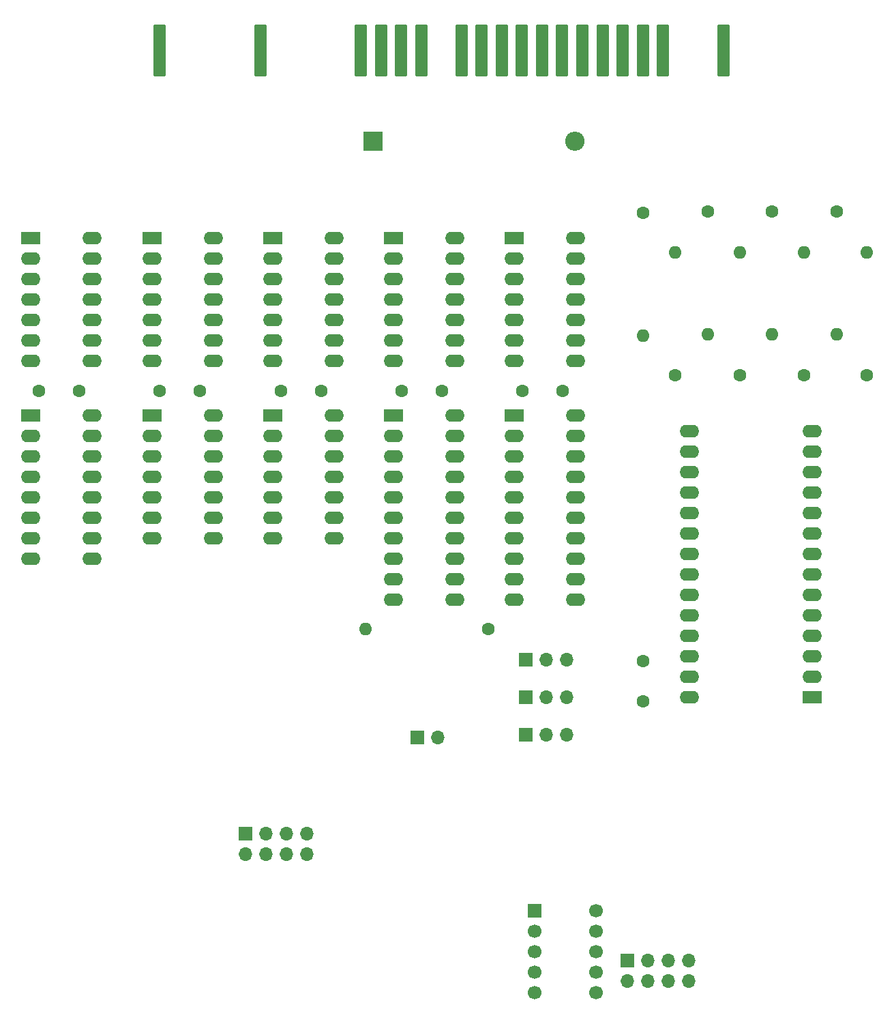
<source format=gbr>
%TF.GenerationSoftware,KiCad,Pcbnew,8.0.1*%
%TF.CreationDate,2024-04-14T22:32:59+02:00*%
%TF.ProjectId,M062.2,4d303632-2e32-42e6-9b69-6361645f7063,1*%
%TF.SameCoordinates,Original*%
%TF.FileFunction,Soldermask,Top*%
%TF.FilePolarity,Negative*%
%FSLAX46Y46*%
G04 Gerber Fmt 4.6, Leading zero omitted, Abs format (unit mm)*
G04 Created by KiCad (PCBNEW 8.0.1) date 2024-04-14 22:32:59*
%MOMM*%
%LPD*%
G01*
G04 APERTURE LIST*
G04 Aperture macros list*
%AMRoundRect*
0 Rectangle with rounded corners*
0 $1 Rounding radius*
0 $2 $3 $4 $5 $6 $7 $8 $9 X,Y pos of 4 corners*
0 Add a 4 corners polygon primitive as box body*
4,1,4,$2,$3,$4,$5,$6,$7,$8,$9,$2,$3,0*
0 Add four circle primitives for the rounded corners*
1,1,$1+$1,$2,$3*
1,1,$1+$1,$4,$5*
1,1,$1+$1,$6,$7*
1,1,$1+$1,$8,$9*
0 Add four rect primitives between the rounded corners*
20,1,$1+$1,$2,$3,$4,$5,0*
20,1,$1+$1,$4,$5,$6,$7,0*
20,1,$1+$1,$6,$7,$8,$9,0*
20,1,$1+$1,$8,$9,$2,$3,0*%
G04 Aperture macros list end*
%ADD10RoundRect,0.150000X-0.600000X-3.100000X0.600000X-3.100000X0.600000X3.100000X-0.600000X3.100000X0*%
%ADD11R,2.400000X2.400000*%
%ADD12O,2.400000X2.400000*%
%ADD13R,2.400000X1.600000*%
%ADD14O,2.400000X1.600000*%
%ADD15C,1.600000*%
%ADD16O,1.600000X1.600000*%
%ADD17R,1.700000X1.700000*%
%ADD18C,1.700000*%
%ADD19O,1.700000X1.700000*%
G04 APERTURE END LIST*
D10*
%TO.C,X1*%
X186960000Y-44700000D03*
X179460000Y-44700000D03*
X176960000Y-44700000D03*
X174460000Y-44700000D03*
X171960000Y-44700000D03*
X169460000Y-44700000D03*
X166960000Y-44700000D03*
X164460000Y-44700000D03*
X161960000Y-44700000D03*
X159460000Y-44700000D03*
X156960000Y-44700000D03*
X154460000Y-44700000D03*
X149460000Y-44700000D03*
X146960000Y-44700000D03*
X144460000Y-44700000D03*
X141960000Y-44700000D03*
X129460000Y-44700000D03*
X116960000Y-44700000D03*
%TD*%
D11*
%TO.C,C1*%
X143500000Y-56000000D03*
D12*
X168500000Y-56000000D03*
%TD*%
D13*
%TO.C,U1*%
X116000000Y-68000000D03*
D14*
X116000000Y-70540000D03*
X116000000Y-73080000D03*
X116000000Y-75620000D03*
X116000000Y-78160000D03*
X116000000Y-80700000D03*
X116000000Y-83240000D03*
X123620000Y-83240000D03*
X123620000Y-80700000D03*
X123620000Y-78160000D03*
X123620000Y-75620000D03*
X123620000Y-73080000D03*
X123620000Y-70540000D03*
X123620000Y-68000000D03*
%TD*%
D15*
%TO.C,R6*%
X185000000Y-64680000D03*
D16*
X185000000Y-79920000D03*
%TD*%
D13*
%TO.C,U5*%
X101000000Y-90000000D03*
D14*
X101000000Y-92540000D03*
X101000000Y-95080000D03*
X101000000Y-97620000D03*
X101000000Y-100160000D03*
X101000000Y-102700000D03*
X101000000Y-105240000D03*
X101000000Y-107780000D03*
X108620000Y-107780000D03*
X108620000Y-105240000D03*
X108620000Y-102700000D03*
X108620000Y-100160000D03*
X108620000Y-97620000D03*
X108620000Y-95080000D03*
X108620000Y-92540000D03*
X108620000Y-90000000D03*
%TD*%
D15*
%TO.C,R3*%
X197000000Y-85000000D03*
D16*
X197000000Y-69760000D03*
%TD*%
D15*
%TO.C,R9*%
X157740000Y-116500000D03*
D16*
X142500000Y-116500000D03*
%TD*%
D15*
%TO.C,R7*%
X181000000Y-85000000D03*
D16*
X181000000Y-69760000D03*
%TD*%
D17*
%TO.C,U12*%
X163500000Y-151500000D03*
D18*
X163500000Y-154040000D03*
X163500000Y-156580000D03*
X163500000Y-159120000D03*
X163500000Y-161660000D03*
X171120000Y-161660000D03*
X171120000Y-159120000D03*
X171120000Y-156580000D03*
X171120000Y-154040000D03*
X171120000Y-151500000D03*
%TD*%
D13*
%TO.C,U11*%
X198000000Y-125000000D03*
D14*
X198000000Y-122460000D03*
X198000000Y-119920000D03*
X198000000Y-117380000D03*
X198000000Y-114840000D03*
X198000000Y-112300000D03*
X198000000Y-109760000D03*
X198000000Y-107220000D03*
X198000000Y-104680000D03*
X198000000Y-102140000D03*
X198000000Y-99600000D03*
X198000000Y-97060000D03*
X198000000Y-94520000D03*
X198000000Y-91980000D03*
X182760000Y-91980000D03*
X182760000Y-94520000D03*
X182760000Y-97060000D03*
X182760000Y-99600000D03*
X182760000Y-102140000D03*
X182760000Y-104680000D03*
X182760000Y-107220000D03*
X182760000Y-109760000D03*
X182760000Y-112300000D03*
X182760000Y-114840000D03*
X182760000Y-117380000D03*
X182760000Y-119920000D03*
X182760000Y-122460000D03*
X182760000Y-125000000D03*
%TD*%
D15*
%TO.C,R1*%
X204760000Y-85000000D03*
D16*
X204760000Y-69760000D03*
%TD*%
D15*
%TO.C,R2*%
X201000000Y-64680000D03*
D16*
X201000000Y-79920000D03*
%TD*%
D13*
%TO.C,U9*%
X131000000Y-68000000D03*
D14*
X131000000Y-70540000D03*
X131000000Y-73080000D03*
X131000000Y-75620000D03*
X131000000Y-78160000D03*
X131000000Y-80700000D03*
X131000000Y-83240000D03*
X138620000Y-83240000D03*
X138620000Y-80700000D03*
X138620000Y-78160000D03*
X138620000Y-75620000D03*
X138620000Y-73080000D03*
X138620000Y-70540000D03*
X138620000Y-68000000D03*
%TD*%
D17*
%TO.C,JP4*%
X162475000Y-120350000D03*
D19*
X165015000Y-120350000D03*
X167555000Y-120350000D03*
%TD*%
D13*
%TO.C,U2*%
X146000000Y-68000000D03*
D14*
X146000000Y-70540000D03*
X146000000Y-73080000D03*
X146000000Y-75620000D03*
X146000000Y-78160000D03*
X146000000Y-80700000D03*
X146000000Y-83240000D03*
X153620000Y-83240000D03*
X153620000Y-80700000D03*
X153620000Y-78160000D03*
X153620000Y-75620000D03*
X153620000Y-73080000D03*
X153620000Y-70540000D03*
X153620000Y-68000000D03*
%TD*%
D15*
%TO.C,C7*%
X177000000Y-125500000D03*
X177000000Y-120500000D03*
%TD*%
D13*
%TO.C,U3*%
X116000000Y-90000000D03*
D14*
X116000000Y-92540000D03*
X116000000Y-95080000D03*
X116000000Y-97620000D03*
X116000000Y-100160000D03*
X116000000Y-102700000D03*
X116000000Y-105240000D03*
X123620000Y-105240000D03*
X123620000Y-102700000D03*
X123620000Y-100160000D03*
X123620000Y-97620000D03*
X123620000Y-95080000D03*
X123620000Y-92540000D03*
X123620000Y-90000000D03*
%TD*%
D17*
%TO.C,JP2*%
X149000000Y-130000000D03*
D19*
X151540000Y-130000000D03*
%TD*%
D15*
%TO.C,C5*%
X152000000Y-87000000D03*
X147000000Y-87000000D03*
%TD*%
D17*
%TO.C,J1*%
X127650000Y-141875000D03*
D19*
X127650000Y-144415000D03*
X130190000Y-141875000D03*
X130190000Y-144415000D03*
X132730000Y-141875000D03*
X132730000Y-144415000D03*
X135270000Y-141875000D03*
X135270000Y-144415000D03*
%TD*%
D15*
%TO.C,R4*%
X193000000Y-64680000D03*
D16*
X193000000Y-79920000D03*
%TD*%
D15*
%TO.C,C2*%
X107000000Y-87000000D03*
X102000000Y-87000000D03*
%TD*%
D13*
%TO.C,U8*%
X101000000Y-68000000D03*
D14*
X101000000Y-70540000D03*
X101000000Y-73080000D03*
X101000000Y-75620000D03*
X101000000Y-78160000D03*
X101000000Y-80700000D03*
X101000000Y-83240000D03*
X108620000Y-83240000D03*
X108620000Y-80700000D03*
X108620000Y-78160000D03*
X108620000Y-75620000D03*
X108620000Y-73080000D03*
X108620000Y-70540000D03*
X108620000Y-68000000D03*
%TD*%
D15*
%TO.C,R8*%
X177000000Y-64840000D03*
D16*
X177000000Y-80080000D03*
%TD*%
D13*
%TO.C,U7*%
X161000000Y-90000000D03*
D14*
X161000000Y-92540000D03*
X161000000Y-95080000D03*
X161000000Y-97620000D03*
X161000000Y-100160000D03*
X161000000Y-102700000D03*
X161000000Y-105240000D03*
X161000000Y-107780000D03*
X161000000Y-110320000D03*
X161000000Y-112860000D03*
X168620000Y-112860000D03*
X168620000Y-110320000D03*
X168620000Y-107780000D03*
X168620000Y-105240000D03*
X168620000Y-102700000D03*
X168620000Y-100160000D03*
X168620000Y-97620000D03*
X168620000Y-95080000D03*
X168620000Y-92540000D03*
X168620000Y-90000000D03*
%TD*%
D15*
%TO.C,R5*%
X189000000Y-85000000D03*
D16*
X189000000Y-69760000D03*
%TD*%
D15*
%TO.C,C6*%
X167000000Y-87000000D03*
X162000000Y-87000000D03*
%TD*%
%TO.C,C3*%
X122000000Y-87000000D03*
X117000000Y-87000000D03*
%TD*%
D13*
%TO.C,U4*%
X161000000Y-68000000D03*
D14*
X161000000Y-70540000D03*
X161000000Y-73080000D03*
X161000000Y-75620000D03*
X161000000Y-78160000D03*
X161000000Y-80700000D03*
X161000000Y-83240000D03*
X168620000Y-83240000D03*
X168620000Y-80700000D03*
X168620000Y-78160000D03*
X168620000Y-75620000D03*
X168620000Y-73080000D03*
X168620000Y-70540000D03*
X168620000Y-68000000D03*
%TD*%
D15*
%TO.C,C4*%
X137000000Y-87000000D03*
X132000000Y-87000000D03*
%TD*%
D13*
%TO.C,U10*%
X146000000Y-90000000D03*
D14*
X146000000Y-92540000D03*
X146000000Y-95080000D03*
X146000000Y-97620000D03*
X146000000Y-100160000D03*
X146000000Y-102700000D03*
X146000000Y-105240000D03*
X146000000Y-107780000D03*
X146000000Y-110320000D03*
X146000000Y-112860000D03*
X153620000Y-112860000D03*
X153620000Y-110320000D03*
X153620000Y-107780000D03*
X153620000Y-105240000D03*
X153620000Y-102700000D03*
X153620000Y-100160000D03*
X153620000Y-97620000D03*
X153620000Y-95080000D03*
X153620000Y-92540000D03*
X153620000Y-90000000D03*
%TD*%
D17*
%TO.C,JP1*%
X162475000Y-129650000D03*
D19*
X165015000Y-129650000D03*
X167555000Y-129650000D03*
%TD*%
D17*
%TO.C,JP3*%
X162475000Y-125000000D03*
D19*
X165015000Y-125000000D03*
X167555000Y-125000000D03*
%TD*%
D13*
%TO.C,U6*%
X131000000Y-90000000D03*
D14*
X131000000Y-92540000D03*
X131000000Y-95080000D03*
X131000000Y-97620000D03*
X131000000Y-100160000D03*
X131000000Y-102700000D03*
X131000000Y-105240000D03*
X138620000Y-105240000D03*
X138620000Y-102700000D03*
X138620000Y-100160000D03*
X138620000Y-97620000D03*
X138620000Y-95080000D03*
X138620000Y-92540000D03*
X138620000Y-90000000D03*
%TD*%
D17*
%TO.C,J2*%
X175080000Y-157660000D03*
D19*
X175080000Y-160200000D03*
X177620000Y-157660000D03*
X177620000Y-160200000D03*
X180160000Y-157660000D03*
X180160000Y-160200000D03*
X182700000Y-157660000D03*
X182700000Y-160200000D03*
%TD*%
M02*

</source>
